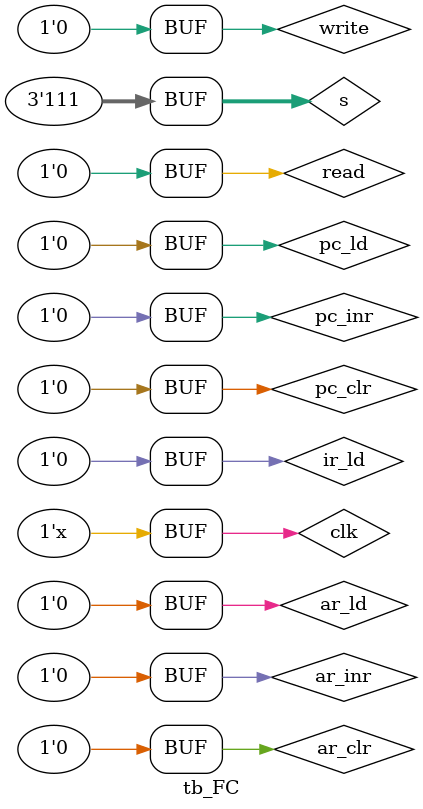
<source format=v>
`include "FetchC.v"
`timescale 1ns/100ps

module tb_FC;

reg [2:0] s;
reg read, write;
reg ar_ld, ar_inr, ar_clr;
reg pc_ld, pc_inr, pc_clr;
reg ir_ld;
reg clk;

wire [15:0] sys_bus;

reg [15:0] w_pc_data;
reg [15:0] w_mem_data;
reg [15:0] w_ar_data;
reg [15:0] w_ir_data;
wire [15:0] w_sys_bus;

bus obj(s, w_mem_data, w_ar_data, w_pc_data, w_ir_data, w_sys_bus);

initial begin
	clk <= 0;
	pc_inr <= 0;
	pc_clr <= 0;
	ar_clr <= 0;
	ar_inr <= 0;
	pc_ld <= 0;
	ar_ld <= 0;
	read <= 0;
	write <= 0;
	ir_ld <= 0;
	s <= 3'b010;
end

initial begin
	#5 ar_ld <= 1;
	#25 ar_ld <= 0;
end

initial begin
	#20 read <= 1;
	#20 read <= 0;
end

initial begin
	#20 pc_inr <= 1;
	#20 pc_inr <= 0;
end

initial begin
	#25 s <= 3'b111;
end

initial begin
	#25 ir_ld <= 1;
	#10 ir_ld <= 0;
end

always #10 clk <= ~clk;

endmodule

</source>
